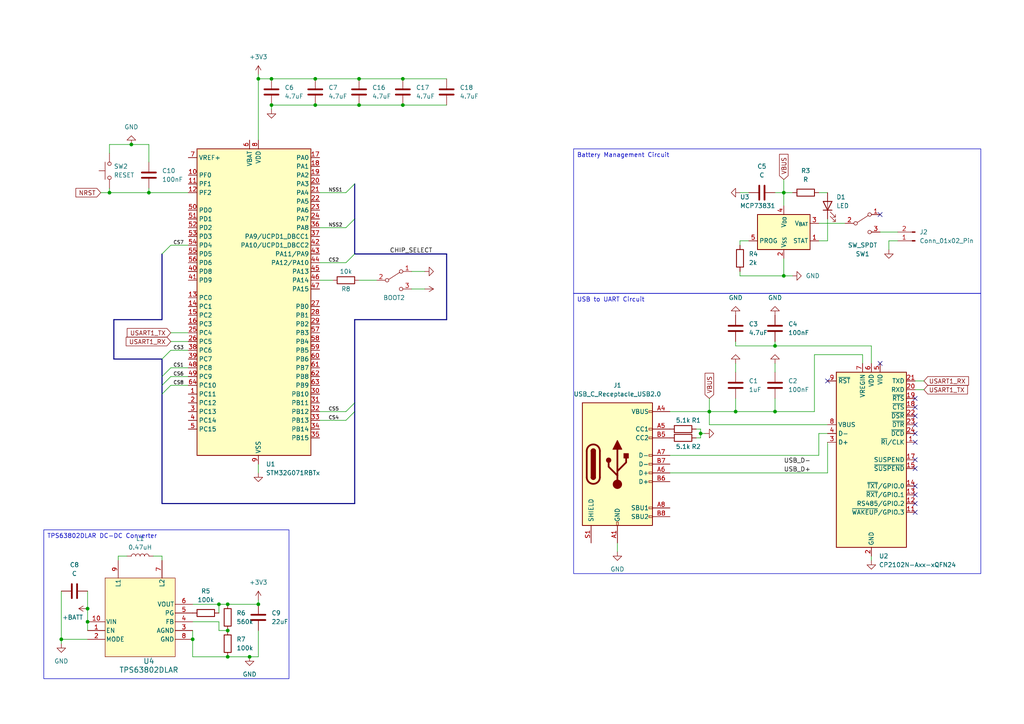
<source format=kicad_sch>
(kicad_sch (version 20230121) (generator eeschema)
  (paper "A4")
  (lib_symbols
    (symbol "Battery_Management:MCP73831-2-OT"
      (property "Reference" "U" (at -7.62 6.35 0))
      (property "Value" "MCP73831-2-OT" (at 1.27 6.35 0))
      (symbol "MCP73831-2-OT_0_1"
        (rectangle (start -7.62 5.08) (end 7.62 -5.08) (stroke (width 0.254)) (fill (type background)))
      )
      (symbol "MCP73831-2-OT_1_1"
        (pin output line (at 10.16 -2.54 180) (length 2.54) (name "STAT") (number "1"))
        (pin power_in line (at 0 -7.62 90) (length 2.54) (name "V_{SS}") (number "2"))
        (pin power_out line (at 10.16 2.54 180) (length 2.54) (name "V_{BAT}") (number "3"))
        (pin power_in line (at 0 7.62 270) (length 2.54) (name "V_{DD}") (number "4"))
        (pin input line (at -10.16 -2.54 0) (length 2.54) (name "PROG") (number "5"))
      )
    )
    (symbol "Connector:Conn_01x02_Pin" (pin_names (offset 1.016) hide)
      (property "Reference" "J" (at 0 2.54 0))
      (property "Value" "Conn_01x02_Pin" (at 0 -5.08 0))
      (symbol "Conn_01x02_Pin_1_1"
        (polyline (pts (xy 1.27 -2.54) (xy 0.8636 -2.54)) (stroke (width 0.1524)))
        (polyline (pts (xy 1.27 0) (xy 0.8636 0)) (stroke (width 0.1524)))
        (rectangle (start 0.8636 -2.413) (end 0 -2.667) (stroke (width 0.1524)) (fill (type outline)))
        (rectangle (start 0.8636 0.127) (end 0 -0.127) (stroke (width 0.1524)) (fill (type outline)))
        (pin passive line (at 5.08 0 180) (length 3.81) (name "Pin_1") (number "1"))
        (pin passive line (at 5.08 -2.54 180) (length 3.81) (name "Pin_2") (number "2"))
      )
    )
    (symbol "Connector:USB_C_Receptacle_USB2.0" (pin_names (offset 1.016))
      (property "Reference" "J" (at -10.16 19.05 0))
      (property "Value" "USB_C_Receptacle_USB2.0" (at 19.05 19.05 0))
      (symbol "USB_C_Receptacle_USB2.0_0_0"
        (rectangle (start -0.254 -17.78) (end 0.254 -16.764))
        (rectangle (start 10.16 -14.986) (end 9.144 -15.494))
        (rectangle (start 10.16 -12.446) (end 9.144 -12.954))
        (rectangle (start 10.16 -4.826) (end 9.144 -5.334))
        (rectangle (start 10.16 -2.286) (end 9.144 -2.794))
        (rectangle (start 10.16 0.254) (end 9.144 -0.254))
        (rectangle (start 10.16 2.794) (end 9.144 2.286))
        (rectangle (start 10.16 7.874) (end 9.144 7.366))
        (rectangle (start 10.16 10.414) (end 9.144 9.906))
        (rectangle (start 10.16 15.494) (end 9.144 14.986))
      )
      (symbol "USB_C_Receptacle_USB2.0_0_1"
        (rectangle (start -10.16 17.78) (end 10.16 -17.78) (stroke (width 0.254)) (fill (type background)))
        (arc (start -8.89 -3.81) (mid -6.985 -5.7067) (end -5.08 -3.81) (stroke (width 0.508)))
        (arc (start -7.62 -3.81) (mid -6.985 -4.4423) (end -6.35 -3.81) (stroke (width 0.254)))
        (arc (start -7.62 -3.81) (mid -6.985 -4.4423) (end -6.35 -3.81) (stroke (width 0.254)) (fill (type outline)))
        (rectangle (start -7.62 -3.81) (end -6.35 3.81) (stroke (width 0.254)) (fill (type outline)))
        (arc (start -6.35 3.81) (mid -6.985 4.4423) (end -7.62 3.81) (stroke (width 0.254)))
        (arc (start -6.35 3.81) (mid -6.985 4.4423) (end -7.62 3.81) (stroke (width 0.254)) (fill (type outline)))
        (arc (start -5.08 3.81) (mid -6.985 5.7067) (end -8.89 3.81) (stroke (width 0.508)))
        (circle (center -2.54 1.143) (radius 0.635) (stroke (width 0.254)) (fill (type outline)))
        (circle (center 0 -5.842) (radius 1.27) (fill (type outline)))
        (polyline (pts (xy -8.89 -3.81) (xy -8.89 3.81)) (stroke (width 0.508)))
        (polyline (pts (xy -5.08 3.81) (xy -5.08 -3.81)) (stroke (width 0.508)))
        (polyline (pts (xy 0 -5.842) (xy 0 4.318)) (stroke (width 0.508)))
        (polyline (pts (xy 0 -3.302) (xy -2.54 -0.762) (xy -2.54 0.508)) (stroke (width 0.508)))
        (polyline (pts (xy 0 -2.032) (xy 2.54 0.508) (xy 2.54 1.778)) (stroke (width 0.508)))
        (polyline (pts (xy -1.27 4.318) (xy 0 6.858) (xy 1.27 4.318) (xy -1.27 4.318)) (stroke (width 0.254)) (fill (type outline)))
        (rectangle (start 1.905 1.778) (end 3.175 3.048) (stroke (width 0.254)) (fill (type outline)))
      )
      (symbol "USB_C_Receptacle_USB2.0_1_1"
        (pin passive line (at 0 -22.86 90) (length 5.08) (name "GND") (number "A1"))
        (pin passive line (at 0 -22.86 90) (length 5.08) hide (name "GND") (number "A12"))
        (pin passive line (at 15.24 15.24 180) (length 5.08) (name "VBUS") (number "A4"))
        (pin bidirectional line (at 15.24 10.16 180) (length 5.08) (name "CC1") (number "A5"))
        (pin bidirectional line (at 15.24 -2.54 180) (length 5.08) (name "D+") (number "A6"))
        (pin bidirectional line (at 15.24 2.54 180) (length 5.08) (name "D-") (number "A7"))
        (pin bidirectional line (at 15.24 -12.7 180) (length 5.08) (name "SBU1") (number "A8"))
        (pin passive line (at 15.24 15.24 180) (length 5.08) hide (name "VBUS") (number "A9"))
        (pin passive line (at 0 -22.86 90) (length 5.08) hide (name "GND") (number "B1"))
        (pin passive line (at 0 -22.86 90) (length 5.08) hide (name "GND") (number "B12"))
        (pin passive line (at 15.24 15.24 180) (length 5.08) hide (name "VBUS") (number "B4"))
        (pin bidirectional line (at 15.24 7.62 180) (length 5.08) (name "CC2") (number "B5"))
        (pin bidirectional line (at 15.24 -5.08 180) (length 5.08) (name "D+") (number "B6"))
        (pin bidirectional line (at 15.24 0 180) (length 5.08) (name "D-") (number "B7"))
        (pin bidirectional line (at 15.24 -15.24 180) (length 5.08) (name "SBU2") (number "B8"))
        (pin passive line (at 15.24 15.24 180) (length 5.08) hide (name "VBUS") (number "B9"))
        (pin passive line (at -7.62 -22.86 90) (length 5.08) (name "SHIELD") (number "S1"))
      )
    )
    (symbol "Device:C" (pin_numbers hide) (pin_names (offset 0.254))
      (property "Reference" "C" (at 0.635 2.54 0))
      (property "Value" "C" (at 0.635 -2.54 0))
      (symbol "C_0_1"
        (polyline (pts (xy -2.032 -0.762) (xy 2.032 -0.762)) (stroke (width 0.508)))
        (polyline (pts (xy -2.032 0.762) (xy 2.032 0.762)) (stroke (width 0.508)))
      )
      (symbol "C_1_1"
        (pin passive line (at 0 3.81 270) (length 2.794) (name "~") (number "1"))
        (pin passive line (at 0 -3.81 90) (length 2.794) (name "~") (number "2"))
      )
    )
    (symbol "Device:L" (pin_numbers hide) (pin_names (offset 1.016) hide)
      (property "Reference" "L" (at -1.27 0 90))
      (property "Value" "L" (at 1.905 0 90))
      (symbol "L_0_1"
        (arc (start 0 -2.54) (mid 0.6323 -1.905) (end 0 -1.27))
        (arc (start 0 -1.27) (mid 0.6323 -0.635) (end 0 0))
        (arc (start 0 0) (mid 0.6323 0.635) (end 0 1.27))
        (arc (start 0 1.27) (mid 0.6323 1.905) (end 0 2.54))
      )
      (symbol "L_1_1"
        (pin passive line (at 0 3.81 270) (length 1.27) (name "1") (number "1"))
        (pin passive line (at 0 -3.81 90) (length 1.27) (name "2") (number "2"))
      )
    )
    (symbol "Device:LED" (pin_numbers hide) (pin_names (offset 1.016) hide)
      (property "Reference" "D" (at 0 2.54 0))
      (property "Value" "LED" (at 0 -2.54 0))
      (symbol "LED_0_1"
        (polyline (pts (xy -1.27 -1.27) (xy -1.27 1.27)) (stroke (width 0.254)))
        (polyline (pts (xy -1.27 0) (xy 1.27 0)))
        (polyline (pts (xy 1.27 -1.27) (xy 1.27 1.27) (xy -1.27 0) (xy 1.27 -1.27)) (stroke (width 0.254)))
        (polyline (pts (xy -3.048 -0.762) (xy -4.572 -2.286) (xy -3.81 -2.286) (xy -4.572 -2.286) (xy -4.572 -1.524)))
        (polyline (pts (xy -1.778 -0.762) (xy -3.302 -2.286) (xy -2.54 -2.286) (xy -3.302 -2.286) (xy -3.302 -1.524)))
      )
      (symbol "LED_1_1"
        (pin passive line (at -3.81 0 0) (length 2.54) (name "K") (number "1"))
        (pin passive line (at 3.81 0 180) (length 2.54) (name "A") (number "2"))
      )
    )
    (symbol "Device:R" (pin_numbers hide) (pin_names (offset 0))
      (property "Reference" "R" (at 2.032 0 90))
      (property "Value" "R" (at 0 0 90))
      (symbol "R_0_1"
        (rectangle (start -1.016 -2.54) (end 1.016 2.54) (stroke (width 0.254)))
      )
      (symbol "R_1_1"
        (pin passive line (at 0 3.81 270) (length 1.27) (name "~") (number "1"))
        (pin passive line (at 0 -3.81 90) (length 1.27) (name "~") (number "2"))
      )
    )
    (symbol "Interface_USB:CP2102N-Axx-xQFN24"
      (property "Reference" "U" (at -8.89 26.67 0))
      (property "Value" "CP2102N-Axx-xQFN24" (at 13.97 26.67 0))
      (symbol "CP2102N-Axx-xQFN24_0_1"
        (rectangle (start -10.16 25.4) (end 10.16 -25.4) (stroke (width 0.254)) (fill (type background)))
      )
      (symbol "CP2102N-Axx-xQFN24_1_1"
        (pin bidirectional line (at 12.7 5.08 180) (length 2.54) (name "~{RI}/CLK") (number "1"))
        (pin no_connect line (at -10.16 -22.86 0) (length 2.54) hide (name "NC") (number "10"))
        (pin bidirectional line (at 12.7 -15.24 180) (length 2.54) (name "~{WAKEUP}/GPIO.3") (number "11"))
        (pin bidirectional line (at 12.7 -12.7 180) (length 2.54) (name "RS485/GPIO.2") (number "12"))
        (pin bidirectional line (at 12.7 -10.16 180) (length 2.54) (name "~{RXT}/GPIO.1") (number "13"))
        (pin bidirectional line (at 12.7 -7.62 180) (length 2.54) (name "~{TXT}/GPIO.0") (number "14"))
        (pin output line (at 12.7 -2.54 180) (length 2.54) (name "~{SUSPEND}") (number "15"))
        (pin no_connect line (at 10.16 -22.86 180) (length 2.54) hide (name "NC") (number "16"))
        (pin output line (at 12.7 0 180) (length 2.54) (name "SUSPEND") (number "17"))
        (pin input line (at 12.7 15.24 180) (length 2.54) (name "~{CTS}") (number "18"))
        (pin output line (at 12.7 17.78 180) (length 2.54) (name "~{RTS}") (number "19"))
        (pin power_in line (at 0 -27.94 90) (length 2.54) (name "GND") (number "2"))
        (pin input line (at 12.7 20.32 180) (length 2.54) (name "RXD") (number "20"))
        (pin output line (at 12.7 22.86 180) (length 2.54) (name "TXD") (number "21"))
        (pin input line (at 12.7 12.7 180) (length 2.54) (name "~{DSR}") (number "22"))
        (pin output line (at 12.7 10.16 180) (length 2.54) (name "~{DTR}") (number "23"))
        (pin input line (at 12.7 7.62 180) (length 2.54) (name "~{DCD}") (number "24"))
        (pin passive line (at 0 -27.94 90) (length 2.54) hide (name "GND") (number "25"))
        (pin bidirectional line (at -12.7 5.08 0) (length 2.54) (name "D+") (number "3"))
        (pin bidirectional line (at -12.7 7.62 0) (length 2.54) (name "D-") (number "4"))
        (pin power_in line (at 2.54 27.94 270) (length 2.54) (name "VIO") (number "5"))
        (pin power_in line (at 0 27.94 270) (length 2.54) (name "VDD") (number "6"))
        (pin power_in line (at -2.54 27.94 270) (length 2.54) (name "VREGIN") (number "7"))
        (pin input line (at -12.7 10.16 0) (length 2.54) (name "VBUS") (number "8"))
        (pin input line (at -12.7 22.86 0) (length 2.54) (name "~{RST}") (number "9"))
      )
    )
    (symbol "MCU_ST_STM32G0:STM32G071RBTx"
      (property "Reference" "U" (at -15.24 46.99 0))
      (property "Value" "STM32G071RBTx" (at 5.08 46.99 0))
      (symbol "STM32G071RBTx_0_1"
        (rectangle (start -15.24 -43.18) (end 17.78 45.72) (stroke (width 0.254)) (fill (type background)))
      )
      (symbol "STM32G071RBTx_1_1"
        (pin bidirectional line (at -17.78 -25.4 0) (length 2.54) (name "PC11") (number "1"))
        (pin bidirectional line (at -17.78 38.1 0) (length 2.54) (name "PF0") (number "10"))
        (pin bidirectional line (at -17.78 35.56 0) (length 2.54) (name "PF1") (number "11"))
        (pin bidirectional line (at -17.78 33.02 0) (length 2.54) (name "PF2") (number "12"))
        (pin bidirectional line (at -17.78 2.54 0) (length 2.54) (name "PC0") (number "13"))
        (pin bidirectional line (at -17.78 0 0) (length 2.54) (name "PC1") (number "14"))
        (pin bidirectional line (at -17.78 -2.54 0) (length 2.54) (name "PC2") (number "15"))
        (pin bidirectional line (at -17.78 -5.08 0) (length 2.54) (name "PC3") (number "16"))
        (pin bidirectional line (at 20.32 43.18 180) (length 2.54) (name "PA0") (number "17"))
        (pin bidirectional line (at 20.32 40.64 180) (length 2.54) (name "PA1") (number "18"))
        (pin bidirectional line (at 20.32 38.1 180) (length 2.54) (name "PA2") (number "19"))
        (pin bidirectional line (at -17.78 -27.94 0) (length 2.54) (name "PC12") (number "2"))
        (pin bidirectional line (at 20.32 35.56 180) (length 2.54) (name "PA3") (number "20"))
        (pin bidirectional line (at 20.32 33.02 180) (length 2.54) (name "PA4") (number "21"))
        (pin bidirectional line (at 20.32 30.48 180) (length 2.54) (name "PA5") (number "22"))
        (pin bidirectional line (at 20.32 27.94 180) (length 2.54) (name "PA6") (number "23"))
        (pin bidirectional line (at 20.32 25.4 180) (length 2.54) (name "PA7") (number "24"))
        (pin bidirectional line (at -17.78 -7.62 0) (length 2.54) (name "PC4") (number "25"))
        (pin bidirectional line (at -17.78 -10.16 0) (length 2.54) (name "PC5") (number "26"))
        (pin bidirectional line (at 20.32 0 180) (length 2.54) (name "PB0") (number "27"))
        (pin bidirectional line (at 20.32 -2.54 180) (length 2.54) (name "PB1") (number "28"))
        (pin bidirectional line (at 20.32 -5.08 180) (length 2.54) (name "PB2") (number "29"))
        (pin bidirectional line (at -17.78 -30.48 0) (length 2.54) (name "PC13") (number "3"))
        (pin bidirectional line (at 20.32 -25.4 180) (length 2.54) (name "PB10") (number "30"))
        (pin bidirectional line (at 20.32 -27.94 180) (length 2.54) (name "PB11") (number "31"))
        (pin bidirectional line (at 20.32 -30.48 180) (length 2.54) (name "PB12") (number "32"))
        (pin bidirectional line (at 20.32 -33.02 180) (length 2.54) (name "PB13") (number "33"))
        (pin bidirectional line (at 20.32 -35.56 180) (length 2.54) (name "PB14") (number "34"))
        (pin bidirectional line (at 20.32 -38.1 180) (length 2.54) (name "PB15") (number "35"))
        (pin bidirectional line (at 20.32 22.86 180) (length 2.54) (name "PA8") (number "36"))
        (pin bidirectional line (at 20.32 20.32 180) (length 2.54) (name "PA9/UCPD1_DBCC1") (number "37"))
        (pin bidirectional line (at -17.78 -12.7 0) (length 2.54) (name "PC6") (number "38"))
        (pin bidirectional line (at -17.78 -15.24 0) (length 2.54) (name "PC7") (number "39"))
        (pin bidirectional line (at -17.78 -33.02 0) (length 2.54) (name "PC14") (number "4"))
        (pin bidirectional line (at -17.78 10.16 0) (length 2.54) (name "PD8") (number "40"))
        (pin bidirectional line (at -17.78 7.62 0) (length 2.54) (name "PD9") (number "41"))
        (pin bidirectional line (at 20.32 17.78 180) (length 2.54) (name "PA10/UCPD1_DBCC2") (number "42"))
        (pin bidirectional line (at 20.32 15.24 180) (length 2.54) (name "PA11/PA9") (number "43"))
        (pin bidirectional line (at 20.32 12.7 180) (length 2.54) (name "PA12/PA10") (number "44"))
        (pin bidirectional line (at 20.32 10.16 180) (length 2.54) (name "PA13") (number "45"))
        (pin bidirectional line (at 20.32 7.62 180) (length 2.54) (name "PA14") (number "46"))
        (pin bidirectional line (at 20.32 5.08 180) (length 2.54) (name "PA15") (number "47"))
        (pin bidirectional line (at -17.78 -17.78 0) (length 2.54) (name "PC8") (number "48"))
        (pin bidirectional line (at -17.78 -20.32 0) (length 2.54) (name "PC9") (number "49"))
        (pin bidirectional line (at -17.78 -35.56 0) (length 2.54) (name "PC15") (number "5"))
        (pin bidirectional line (at -17.78 27.94 0) (length 2.54) (name "PD0") (number "50"))
        (pin bidirectional line (at -17.78 25.4 0) (length 2.54) (name "PD1") (number "51"))
        (pin bidirectional line (at -17.78 22.86 0) (length 2.54) (name "PD2") (number "52"))
        (pin bidirectional line (at -17.78 20.32 0) (length 2.54) (name "PD3") (number "53"))
        (pin bidirectional line (at -17.78 17.78 0) (length 2.54) (name "PD4") (number "54"))
        (pin bidirectional line (at -17.78 15.24 0) (length 2.54) (name "PD5") (number "55"))
        (pin bidirectional line (at -17.78 12.7 0) (length 2.54) (name "PD6") (number "56"))
        (pin bidirectional line (at 20.32 -7.62 180) (length 2.54) (name "PB3") (number "57"))
        (pin bidirectional line (at 20.32 -10.16 180) (length 2.54) (name "PB4") (number "58"))
        (pin bidirectional line (at 20.32 -12.7 180) (length 2.54) (name "PB5") (number "59"))
        (pin power_in line (at 0 48.26 270) (length 2.54) (name "VBAT") (number "6"))
        (pin bidirectional line (at 20.32 -15.24 180) (length 2.54) (name "PB6") (number "60"))
        (pin bidirectional line (at 20.32 -17.78 180) (length 2.54) (name "PB7") (number "61"))
        (pin bidirectional line (at 20.32 -20.32 180) (length 2.54) (name "PB8") (number "62"))
        (pin bidirectional line (at 20.32 -22.86 180) (length 2.54) (name "PB9") (number "63"))
        (pin bidirectional line (at -17.78 -22.86 0) (length 2.54) (name "PC10") (number "64"))
        (pin input line (at -17.78 43.18 0) (length 2.54) (name "VREF+") (number "7"))
        (pin power_in line (at 2.54 48.26 270) (length 2.54) (name "VDD") (number "8"))
        (pin power_in line (at 2.54 -45.72 90) (length 2.54) (name "VSS") (number "9"))
      )
    )
    (symbol "Switch:SW_Push" (pin_numbers hide) (pin_names (offset 1.016) hide)
      (property "Reference" "SW" (at 1.27 2.54 0))
      (property "Value" "SW_Push" (at 0 -1.524 0))
      (symbol "SW_Push_0_1"
        (circle (center -2.032 0) (radius 0.508))
        (polyline (pts (xy 0 1.27) (xy 0 3.048)))
        (polyline (pts (xy 2.54 1.27) (xy -2.54 1.27)))
        (circle (center 2.032 0) (radius 0.508))
        (pin passive line (at -5.08 0 0) (length 2.54) (name "1") (number "1"))
        (pin passive line (at 5.08 0 180) (length 2.54) (name "2") (number "2"))
      )
    )
    (symbol "Switch:SW_SPDT" (pin_names (offset 0) hide)
      (property "Reference" "SW" (at 0 4.318 0))
      (property "Value" "SW_SPDT" (at 0 -5.08 0))
      (symbol "SW_SPDT_0_0"
        (circle (center -2.032 0) (radius 0.508))
        (circle (center 2.032 -2.54) (radius 0.508))
      )
      (symbol "SW_SPDT_0_1"
        (polyline (pts (xy -1.524 0.254) (xy 1.651 2.286)))
        (circle (center 2.032 2.54) (radius 0.508))
      )
      (symbol "SW_SPDT_1_1"
        (pin passive line (at 5.08 2.54 180) (length 2.54) (name "A") (number "1"))
        (pin passive line (at -5.08 0 0) (length 2.54) (name "B") (number "2"))
        (pin passive line (at 5.08 -2.54 180) (length 2.54) (name "C") (number "3"))
      )
    )
    (symbol "TPS63802-DLAR:TPS63802DLAR" (pin_names (offset 0.254))
      (property "Reference" "U4" (at 0 -19.05 0))
      (property "Value" "TPS63802DLAR" (at 0 -21.59 0))
      (symbol "TPS63802DLAR_0_1"
        (pin input line (at -17.78 -10.16 0) (length 5.08) (name "EN") (number "1"))
        (pin power_in line (at -17.78 -7.62 0) (length 5.08) (name "VIN") (number "10"))
        (pin input line (at -17.78 -12.7 0) (length 5.08) (name "MODE") (number "2"))
        (pin power_in line (at 12.7 -10.16 180) (length 5.08) (name "AGND") (number "3"))
        (pin input line (at 12.7 -7.62 180) (length 5.08) (name "FB") (number "4"))
        (pin open_collector line (at 12.7 -5.08 180) (length 5.08) (name "PG") (number "5"))
        (pin power_in line (at 12.7 -2.54 180) (length 5.08) (name "VOUT") (number "6"))
        (pin unspecified line (at 3.81 10.16 270) (length 5.08) (name "L2") (number "7"))
        (pin power_in line (at 12.7 -12.7 180) (length 5.08) (name "GND") (number "8"))
        (pin unspecified line (at -8.89 10.16 270) (length 5.08) (name "L1") (number "9"))
      )
      (symbol "TPS63802DLAR_1_1"
        (rectangle (start -12.7 5.08) (end 7.62 -17.78) (fill (type background)))
      )
    )
    (symbol "power:+3V3" (power) (pin_names (offset 0))
      (property "Value" "+3V3" (at 0 3.556 0))
      (symbol "+3V3_0_1"
        (polyline (pts (xy -0.762 1.27) (xy 0 2.54)))
        (polyline (pts (xy 0 0) (xy 0 2.54)))
        (polyline (pts (xy 0 2.54) (xy 0.762 1.27)))
      )
      (symbol "+3V3_1_1"
        (pin power_in line (at 0 0 90) (length 0) hide (name "+3V3") (number "1"))
      )
    )
    (symbol "power:+BATT" (power) (pin_names (offset 0))
      (property "Value" "+BATT" (at 0 3.556 0))
      (symbol "+BATT_0_1"
        (polyline (pts (xy -0.762 1.27) (xy 0 2.54)))
        (polyline (pts (xy 0 0) (xy 0 2.54)))
        (polyline (pts (xy 0 2.54) (xy 0.762 1.27)))
      )
      (symbol "+BATT_1_1"
        (pin power_in line (at 0 0 90) (length 0) hide (name "+BATT") (number "1"))
      )
    )
    (symbol "power:GND" (power) (pin_names (offset 0))
      (property "Value" "GND" (at 0 -3.81 0))
      (symbol "GND_0_1"
        (polyline (pts (xy 0 0) (xy 0 -1.27) (xy 1.27 -1.27) (xy 0 -2.54) (xy -1.27 -1.27) (xy 0 -1.27)))
      )
      (symbol "GND_1_1"
        (pin power_in line (at 0 0 270) (length 0) hide (name "GND") (number "1"))
      )
    )
  )
  (junction (at 203.2 125.73))
  (junction (at 91.44 22.86))
  (junction (at 66.04 182.88))
  (junction (at 116.84 30.48))
  (junction (at 25.4 176.53))
  (junction (at 43.18 55.88))
  (junction (at 224.79 119.38))
  (junction (at 66.04 175.26))
  (junction (at 74.93 22.86))
  (junction (at 66.04 190.5))
  (junction (at 38.1 41.91))
  (junction (at 213.36 119.38))
  (junction (at 31.75 55.88))
  (junction (at 227.33 80.01))
  (junction (at 205.74 119.38))
  (junction (at 63.5 175.26))
  (junction (at 78.74 30.48))
  (junction (at 104.14 22.86))
  (junction (at 116.84 22.86))
  (junction (at 25.4 180.34))
  (junction (at 74.93 175.26))
  (junction (at 224.79 100.33))
  (junction (at 78.74 22.86))
  (junction (at 72.39 190.5))
  (junction (at 227.33 55.88))
  (junction (at 55.88 185.42))
  (junction (at 91.44 30.48))
  (junction (at 104.14 30.48))
  (junction (at 17.78 185.42))
  (no_connect (at 265.43 146.05))
  (no_connect (at 265.43 120.65))
  (no_connect (at 265.43 128.27))
  (no_connect (at 265.43 148.59))
  (no_connect (at 265.43 118.11))
  (no_connect (at 265.43 115.57))
  (no_connect (at 255.27 105.41))
  (no_connect (at 265.43 140.97))
  (no_connect (at 255.27 62.23))
  (no_connect (at 265.43 133.35))
  (no_connect (at 265.43 143.51))
  (no_connect (at 265.43 135.89))
  (no_connect (at 265.43 123.19))
  (no_connect (at 240.03 110.49))
  (no_connect (at 265.43 125.73))
  (bus_entry (at 102.87 119.38) (size -2.54 2.54))
  (bus_entry (at 102.87 53.34) (size -2.54 2.54))
  (bus_entry (at 102.87 63.5) (size -2.54 2.54))
  (bus_entry (at 46.99 114.3) (size 2.54 -2.54))
  (bus_entry (at 46.99 104.14) (size 2.54 -2.54))
  (bus_entry (at 46.99 111.76) (size 2.54 -2.54))
  (bus_entry (at 46.99 73.66) (size 2.54 -2.54))
  (bus_entry (at 102.87 116.84) (size -2.54 2.54))
  (bus_entry (at 46.99 109.22) (size 2.54 -2.54))
  (bus_entry (at 102.87 73.66) (size -2.54 2.54))
  (wire (pts (xy 224.79 115.57) (xy 224.79 119.38)))
  (bus (pts (xy 102.87 146.05) (xy 46.99 146.05)))
  (wire (pts (xy 74.93 22.86) (xy 74.93 40.64)))
  (wire (pts (xy 227.33 52.07) (xy 227.33 55.88)))
  (wire (pts (xy 240.03 63.5) (xy 240.03 69.85)))
  (wire (pts (xy 74.93 173.99) (xy 74.93 175.26)))
  (bus (pts (xy 33.02 92.71) (xy 46.99 92.71)))
  (wire (pts (xy 25.4 176.53) (xy 25.4 180.34)))
  (wire (pts (xy 46.99 161.29) (xy 44.45 161.29)))
  (wire (pts (xy 43.18 54.61) (xy 43.18 55.88)))
  (wire (pts (xy 123.19 78.74) (xy 119.38 78.74)))
  (wire (pts (xy 49.53 99.06) (xy 54.61 99.06)))
  (wire (pts (xy 43.18 46.99) (xy 43.18 41.91)))
  (wire (pts (xy 252.73 100.33) (xy 224.79 100.33)))
  (wire (pts (xy 194.31 137.16) (xy 240.03 137.16)))
  (wire (pts (xy 49.53 111.76) (xy 54.61 111.76)))
  (wire (pts (xy 31.75 55.88) (xy 43.18 55.88)))
  (wire (pts (xy 260.35 69.85) (xy 257.81 69.85)))
  (wire (pts (xy 104.14 22.86) (xy 116.84 22.86)))
  (wire (pts (xy 55.88 182.88) (xy 55.88 185.42)))
  (wire (pts (xy 250.19 102.87) (xy 250.19 105.41)))
  (wire (pts (xy 49.53 101.6) (xy 54.61 101.6)))
  (wire (pts (xy 78.74 30.48) (xy 91.44 30.48)))
  (wire (pts (xy 74.93 182.88) (xy 74.93 190.5)))
  (wire (pts (xy 92.71 76.2) (xy 100.33 76.2)))
  (wire (pts (xy 252.73 161.29) (xy 252.73 162.56)))
  (wire (pts (xy 34.29 161.29) (xy 36.83 161.29)))
  (wire (pts (xy 265.43 110.49) (xy 267.97 110.49)))
  (wire (pts (xy 213.36 105.41) (xy 213.36 107.95)))
  (wire (pts (xy 203.2 127) (xy 201.93 127)))
  (wire (pts (xy 92.71 121.92) (xy 100.33 121.92)))
  (wire (pts (xy 74.93 22.86) (xy 78.74 22.86)))
  (wire (pts (xy 213.36 115.57) (xy 213.36 119.38)))
  (wire (pts (xy 194.31 132.08) (xy 237.49 132.08)))
  (bus (pts (xy 46.99 111.76) (xy 46.99 114.3)))
  (wire (pts (xy 74.93 21.59) (xy 74.93 22.86)))
  (wire (pts (xy 31.75 55.88) (xy 31.75 54.61)))
  (wire (pts (xy 237.49 132.08) (xy 237.49 125.73)))
  (wire (pts (xy 205.74 119.38) (xy 213.36 119.38)))
  (wire (pts (xy 227.33 55.88) (xy 227.33 59.69)))
  (wire (pts (xy 203.2 125.73) (xy 204.47 125.73)))
  (wire (pts (xy 63.5 175.26) (xy 63.5 177.8)))
  (wire (pts (xy 213.36 100.33) (xy 213.36 99.06)))
  (wire (pts (xy 46.99 162.56) (xy 46.99 161.29)))
  (wire (pts (xy 252.73 105.41) (xy 252.73 100.33)))
  (wire (pts (xy 92.71 55.88) (xy 100.33 55.88)))
  (bus (pts (xy 46.99 109.22) (xy 46.99 111.76)))
  (wire (pts (xy 31.75 44.45) (xy 31.75 41.91)))
  (wire (pts (xy 92.71 81.28) (xy 96.52 81.28)))
  (wire (pts (xy 116.84 22.86) (xy 129.54 22.86)))
  (wire (pts (xy 63.5 180.34) (xy 55.88 180.34)))
  (wire (pts (xy 217.17 69.85) (xy 214.63 69.85)))
  (wire (pts (xy 29.21 55.88) (xy 31.75 55.88)))
  (wire (pts (xy 78.74 31.75) (xy 78.74 30.48)))
  (wire (pts (xy 255.27 67.31) (xy 260.35 67.31)))
  (wire (pts (xy 237.49 64.77) (xy 245.11 64.77)))
  (wire (pts (xy 17.78 185.42) (xy 17.78 186.69)))
  (wire (pts (xy 214.63 55.88) (xy 217.17 55.88)))
  (wire (pts (xy 227.33 74.93) (xy 227.33 80.01)))
  (wire (pts (xy 240.03 69.85) (xy 237.49 69.85)))
  (wire (pts (xy 92.71 119.38) (xy 100.33 119.38)))
  (wire (pts (xy 205.74 119.38) (xy 205.74 123.19)))
  (wire (pts (xy 201.93 124.46) (xy 203.2 124.46)))
  (wire (pts (xy 25.4 171.45) (xy 25.4 176.53)))
  (wire (pts (xy 214.63 80.01) (xy 227.33 80.01)))
  (wire (pts (xy 43.18 55.88) (xy 54.61 55.88)))
  (wire (pts (xy 237.49 55.88) (xy 240.03 55.88)))
  (wire (pts (xy 203.2 125.73) (xy 203.2 127)))
  (wire (pts (xy 237.49 125.73) (xy 240.03 125.73)))
  (wire (pts (xy 17.78 185.42) (xy 17.78 171.45)))
  (wire (pts (xy 240.03 137.16) (xy 240.03 128.27)))
  (bus (pts (xy 46.99 104.14) (xy 46.99 109.22)))
  (wire (pts (xy 236.22 119.38) (xy 224.79 119.38)))
  (wire (pts (xy 72.39 190.5) (xy 74.93 190.5)))
  (wire (pts (xy 66.04 190.5) (xy 72.39 190.5)))
  (wire (pts (xy 213.36 100.33) (xy 224.79 100.33)))
  (wire (pts (xy 25.4 180.34) (xy 25.4 182.88)))
  (wire (pts (xy 205.74 123.19) (xy 240.03 123.19)))
  (wire (pts (xy 63.5 182.88) (xy 63.5 180.34)))
  (wire (pts (xy 123.19 83.82) (xy 119.38 83.82)))
  (wire (pts (xy 224.79 105.41) (xy 224.79 107.95)))
  (wire (pts (xy 116.84 30.48) (xy 129.54 30.48)))
  (wire (pts (xy 25.4 185.42) (xy 17.78 185.42)))
  (wire (pts (xy 49.53 71.12) (xy 54.61 71.12)))
  (bus (pts (xy 102.87 73.66) (xy 129.54 73.66)))
  (wire (pts (xy 92.71 66.04) (xy 100.33 66.04)))
  (wire (pts (xy 214.63 80.01) (xy 214.63 78.74)))
  (wire (pts (xy 66.04 175.26) (xy 74.93 175.26)))
  (wire (pts (xy 63.5 175.26) (xy 66.04 175.26)))
  (wire (pts (xy 31.75 41.91) (xy 38.1 41.91)))
  (wire (pts (xy 78.74 22.86) (xy 91.44 22.86)))
  (wire (pts (xy 214.63 69.85) (xy 214.63 71.12)))
  (wire (pts (xy 104.14 30.48) (xy 116.84 30.48)))
  (wire (pts (xy 179.07 157.48) (xy 179.07 160.02)))
  (wire (pts (xy 91.44 30.48) (xy 104.14 30.48)))
  (wire (pts (xy 227.33 80.01) (xy 229.87 80.01)))
  (bus (pts (xy 46.99 104.14) (xy 33.02 104.14)))
  (wire (pts (xy 236.22 102.87) (xy 250.19 102.87)))
  (wire (pts (xy 43.18 41.91) (xy 38.1 41.91)))
  (wire (pts (xy 236.22 102.87) (xy 236.22 119.38)))
  (bus (pts (xy 102.87 116.84) (xy 102.87 119.38)))
  (wire (pts (xy 265.43 113.03) (xy 267.97 113.03)))
  (wire (pts (xy 224.79 55.88) (xy 227.33 55.88)))
  (bus (pts (xy 33.02 104.14) (xy 33.02 92.71)))
  (bus (pts (xy 129.54 73.66) (xy 129.54 92.71)))
  (wire (pts (xy 224.79 100.33) (xy 224.79 99.06)))
  (wire (pts (xy 227.33 55.88) (xy 229.87 55.88)))
  (wire (pts (xy 74.93 134.62) (xy 74.93 137.16)))
  (wire (pts (xy 49.53 106.68) (xy 54.61 106.68)))
  (bus (pts (xy 46.99 114.3) (xy 46.99 146.05)))
  (bus (pts (xy 102.87 92.71) (xy 102.87 116.84)))
  (wire (pts (xy 55.88 175.26) (xy 63.5 175.26)))
  (wire (pts (xy 34.29 162.56) (xy 34.29 161.29)))
  (wire (pts (xy 49.53 109.22) (xy 54.61 109.22)))
  (wire (pts (xy 203.2 124.46) (xy 203.2 125.73)))
  (bus (pts (xy 102.87 53.34) (xy 102.87 63.5)))
  (bus (pts (xy 46.99 73.66) (xy 46.99 92.71)))
  (wire (pts (xy 205.74 119.38) (xy 205.74 115.57)))
  (bus (pts (xy 102.87 63.5) (xy 102.87 73.66)))
  (wire (pts (xy 109.22 81.28) (xy 104.14 81.28)))
  (wire (pts (xy 49.53 96.52) (xy 54.61 96.52)))
  (wire (pts (xy 194.31 119.38) (xy 205.74 119.38)))
  (wire (pts (xy 55.88 190.5) (xy 66.04 190.5)))
  (wire (pts (xy 257.81 69.85) (xy 257.81 72.39)))
  (wire (pts (xy 91.44 22.86) (xy 104.14 22.86)))
  (bus (pts (xy 129.54 92.71) (xy 102.87 92.71)))
  (bus (pts (xy 102.87 119.38) (xy 102.87 146.05)))
  (wire (pts (xy 213.36 119.38) (xy 224.79 119.38)))
  (wire (pts (xy 55.88 185.42) (xy 55.88 190.5)))
  (wire (pts (xy 66.04 182.88) (xy 63.5 182.88)))
  (text_box "TPS63802DLAR DC-DC Converter" (at 12.7 153.67 0) (size 71.12 43.18) (effects (font (size 1.27 1.27)) (justify left top)))
  (text_box "USB to UART Circuit" (at 166.37 85.09 0) (size 118.11 81.28) (effects (font (size 1.27 1.27)) (justify left top)))
  (text_box "Battery Management Circuit" (at 166.37 43.18 0) (size 118.11 41.91) (effects (font (size 1.27 1.27)) (justify left top)))
  (label "NSS1" (at 95.25 55.88 0) (effects (font (size 1 1))))
  (label "CS5" (at 95.25 119.38 0) (effects (font (size 1 1))))
  (label "CS7" (at 53.34 71.12 180) (effects (font (size 1 1))))
  (label "USB_D+" (at 227.33 137.16 0))
  (label "CS1" (at 53.34 106.68 180) (effects (font (size 1 1))))
  (label "CS6" (at 53.34 109.22 180) (effects (font (size 1 1))))
  (label "NSS2" (at 95.25 66.04 0) (effects (font (size 1 1))))
  (label "CS2" (at 95.25 76.2 0) (effects (font (size 1 1))))
  (label "CS3" (at 53.34 101.6 180) (effects (font (size 1 1))))
  (label "CS4" (at 95.25 121.92 0) (effects (font (size 1 1))))
  (label "USB_D-" (at 227.33 134.62 0))
  (label "CS8" (at 53.34 111.76 180) (effects (font (size 1 1))))
  (label "CHIP_SELECT" (at 113.03 73.66 0))
  (global_label "VBUS" (shape input) (at 227.33 52.07 90) (property "Intersheetrefs" "${INTERSHEET_REFS}" (effects hide)))
  (global_label "USART1_RX" (shape input) (at 49.53 99.06 180) (property "Intersheetrefs" "${INTERSHEET_REFS}" (effects hide)))
  (global_label "USART1_TX" (shape input) (at 49.53 96.52 180) (property "Intersheetrefs" "${INTERSHEET_REFS}" (effects hide)))
  (global_label "NRST" (shape input) (at 29.21 55.88 180) (property "Intersheetrefs" "${INTERSHEET_REFS}" (effects hide)))
  (global_label "USART1_RX" (shape input) (at 267.97 110.49 0) (property "Intersheetrefs" "${INTERSHEET_REFS}" (effects hide)))
  (global_label "VBUS" (shape input) (at 205.74 115.57 90) (property "Intersheetrefs" "${INTERSHEET_REFS}" (effects hide)))
  (global_label "USART1_TX" (shape input) (at 267.97 113.03 0) (property "Intersheetrefs" "${INTERSHEET_REFS}" (effects hide)))
  (symbol (lib_id "Battery_Management:MCP73831-2-OT") (at 227.33 67.31 0) (unit 1)
    (property "Reference" "U3" (at 214.63 57.15 0) (effects (justify left)))
    (property "Value" "MCP73831" (at 214.63 59.69 0) (effects (justify left)))
    (property "Footprint" "Package_TO_SOT_SMD:SOT-23-5" (effects hide))
    (property "Datasheet" "http://ww1.microchip.com/downloads/en/DeviceDoc/20001984g.pdf" (effects hide))
  )
  (symbol (lib_id "power:GND") (at 257.81 72.39 0) (unit 1)
    (property "Reference" "#PWR09" (effects hide))
    (property "Value" "GND" (effects hide))
  )
  (symbol (lib_id "power:GND") (at 78.74 31.75 0) (unit 1)
    (property "Reference" "#PWR023" (effects hide))
    (property "Value" "GND" (effects hide))
  )
  (symbol (lib_id "Device:L") (at 40.64 161.29 90) (unit 1)
    (property "Reference" "L1" (at 40.64 156.21 90))
    (property "Value" "0.47uH" (at 40.64 158.75 90))
  )
  (symbol (lib_id "Device:LED") (at 240.03 59.69 90) (unit 1)
    (property "Reference" "D1" (at 242.57 57.15 90) (effects (justify right)))
    (property "Value" "LED" (at 242.57 59.69 90) (effects (justify right)))
  )
  (symbol (lib_id "power:GND") (at 179.07 160.02 0) (unit 1)
    (property "Reference" "#PWR07" (effects hide))
    (property "Value" "GND" (at 179.07 165.1 0))
  )
  (symbol (lib_id "Device:C") (at 74.93 179.07 0) (unit 1)
    (property "Reference" "C9" (at 78.74 177.8 0) (effects (justify left)))
    (property "Value" "22uF" (at 78.74 180.34 0) (effects (justify left)))
  )
  (symbol (lib_id "Device:C") (at 116.84 26.67 0) (unit 1)
    (property "Reference" "C17" (at 120.65 25.4 0) (effects (justify left)))
    (property "Value" "4.7uF" (at 120.65 27.94 0) (effects (justify left)))
  )
  (symbol (lib_id "power:GND") (at 204.47 125.73 90) (unit 1)
    (property "Reference" "#PWR06" (effects hide))
    (property "Value" "GND" (effects hide))
  )
  (symbol (lib_id "Device:R") (at 198.12 124.46 90) (unit 1)
    (property "Reference" "R1" (at 201.93 121.92 90))
    (property "Value" "5.1k" (at 198.12 121.92 90))
  )
  (symbol (lib_id "power:GND") (at 214.63 55.88 270) (unit 1)
    (property "Reference" "#PWR08" (effects hide))
    (property "Value" "GND" (effects hide))
  )
  (symbol (lib_id "power:GND") (at 224.79 105.41 180) (unit 1)
    (property "Reference" "#PWR02" (effects hide))
    (property "Value" "GND" (effects hide))
  )
  (symbol (lib_id "Interface_USB:CP2102N-Axx-xQFN24") (at 252.73 133.35 0) (unit 1)
    (property "Reference" "U2" (at 254.9241 161.29 0) (effects (justify left)))
    (property "Value" "CP2102N-Axx-xQFN24" (at 254.9241 163.83 0) (effects (justify left)))
    (property "Footprint" "Package_DFN_QFN:QFN-24-1EP_4x4mm_P0.5mm_EP2.6x2.6mm" (effects hide))
    (property "Datasheet" "https://www.silabs.com/documents/public/data-sheets/cp2102n-datasheet.pdf" (effects hide))
  )
  (symbol (lib_id "Device:C") (at 78.74 26.67 0) (unit 1)
    (property "Reference" "C6" (at 82.55 25.4 0) (effects (justify left)))
    (property "Value" "4.7uF" (at 82.55 27.94 0) (effects (justify left)))
  )
  (symbol (lib_id "Device:R") (at 66.04 179.07 0) (unit 1)
    (property "Reference" "R6" (at 68.58 177.8 0) (effects (justify left)))
    (property "Value" "560k" (at 68.58 180.34 0) (effects (justify left)))
  )
  (symbol (lib_id "power:+BATT") (at 25.4 176.53 90) (unit 1)
    (property "Reference" "#PWR013" (effects hide))
    (property "Value" "+BATT" (at 24.13 179.07 90) (effects (justify left)))
  )
  (symbol (lib_id "Connector:Conn_01x02_Pin") (at 265.43 69.85 180) (unit 1)
    (property "Reference" "J2" (at 266.7 67.31 0) (effects (justify right)))
    (property "Value" "Conn_01x02_Pin" (at 266.7 69.85 0) (effects (justify right)))
  )
  (symbol (lib_id "Device:R") (at 66.04 186.69 0) (unit 1)
    (property "Reference" "R7" (at 68.58 185.42 0) (effects (justify left)))
    (property "Value" "100k" (at 68.58 187.96 0) (effects (justify left)))
  )
  (symbol (lib_id "Device:R") (at 198.12 127 270) (unit 1)
    (property "Reference" "R2" (at 201.93 129.54 90))
    (property "Value" "5.1k" (at 198.12 129.54 90))
  )
  (symbol (lib_id "Switch:SW_SPDT") (at 114.3 81.28 0) (unit 1)
    (property "Reference" "BOOT2" (at 114.3 86.36 0))
    (property "Value" "SW_SPDT" (effects hide))
  )
  (symbol (lib_id "Device:C") (at 224.79 111.76 0) (unit 1)
    (property "Reference" "C2" (at 228.6 110.49 0) (effects (justify left)))
    (property "Value" "100nF" (at 228.6 113.03 0) (effects (justify left)))
  )
  (symbol (lib_id "Device:C") (at 129.54 26.67 0) (unit 1)
    (property "Reference" "C18" (at 133.35 25.4 0) (effects (justify left)))
    (property "Value" "4.7uF" (at 133.35 27.94 0) (effects (justify left)))
  )
  (symbol (lib_id "Device:C") (at 213.36 95.25 0) (unit 1)
    (property "Reference" "C3" (at 217.17 93.98 0) (effects (justify left)))
    (property "Value" "4.7uF" (at 217.17 96.52 0) (effects (justify left)))
  )
  (symbol (lib_id "power:GND") (at 38.1 41.91 180) (unit 1)
    (property "Reference" "#PWR017" (effects hide))
    (property "Value" "GND" (at 38.1 36.83 0))
  )
  (symbol (lib_id "MCU_ST_STM32G0:STM32G071RBTx") (at 72.39 88.9 0) (unit 1)
    (property "Reference" "U1" (at 77.1241 134.62 0) (effects (justify left)))
    (property "Value" "STM32G071RBTx" (at 77.1241 137.16 0) (effects (justify left)))
    (property "Footprint" "Package_QFP:LQFP-64_10x10mm_P0.5mm" (effects hide))
    (property "Datasheet" "https://www.st.com/resource/en/datasheet/stm32g071rb.pdf" (effects hide))
  )
  (symbol (lib_id "Device:R") (at 59.69 177.8 90) (unit 1)
    (property "Reference" "R5" (at 59.69 171.45 90))
    (property "Value" "100k" (at 59.69 173.99 90))
  )
  (symbol (lib_id "Device:C") (at 104.14 26.67 0) (unit 1)
    (property "Reference" "C16" (at 107.95 25.4 0) (effects (justify left)))
    (property "Value" "4.7uF" (at 107.95 27.94 0) (effects (justify left)))
  )
  (symbol (lib_id "power:GND") (at 213.36 91.44 180) (unit 1)
    (property "Reference" "#PWR04" (effects hide))
    (property "Value" "GND" (at 213.36 86.36 0))
  )
  (symbol (lib_id "Device:R") (at 233.68 55.88 90) (unit 1)
    (property "Reference" "R3" (at 233.68 49.53 90))
    (property "Value" "R" (at 233.68 52.07 90))
  )
  (symbol (lib_id "Device:R") (at 100.33 81.28 270) (unit 1)
    (property "Reference" "R8" (at 100.33 83.82 90))
    (property "Value" "10k" (at 100.33 78.74 90))
  )
  (symbol (lib_id "Device:R") (at 214.63 74.93 0) (unit 1)
    (property "Reference" "R4" (at 217.17 73.66 0) (effects (justify left)))
    (property "Value" "2k" (at 217.17 76.2 0) (effects (justify left)))
  )
  (symbol (lib_id "Connector:USB_C_Receptacle_USB2.0") (at 179.07 134.62 0) (unit 1)
    (property "Reference" "J1" (at 179.07 111.76 0))
    (property "Value" "USB_C_Receptacle_USB2.0" (at 179.07 114.3 0))
    (property "Datasheet" "https://www.usb.org/sites/default/files/documents/usb_type-c.zip" (effects hide))
  )
  (symbol (lib_id "power:GND") (at 229.87 80.01 90) (unit 1)
    (property "Reference" "#PWR010" (effects hide))
    (property "Value" "GND" (at 233.68 80.01 90) (effects (justify right)))
  )
  (symbol (lib_id "power:GND") (at 17.78 186.69 0) (unit 1)
    (property "Reference" "#PWR014" (effects hide))
    (property "Value" "GND" (at 17.78 191.77 0))
  )
  (symbol (lib_id "power:GND") (at 74.93 137.16 0) (unit 1)
    (property "Reference" "#PWR011" (effects hide))
    (property "Value" "GND" (effects hide))
  )
  (symbol (lib_id "Switch:SW_SPDT") (at 250.19 64.77 0) (unit 1)
    (property "Reference" "SW1" (at 250.19 73.66 0))
    (property "Value" "SW_SPDT" (at 250.19 71.12 0))
  )
  (symbol (lib_id "power:GND") (at 252.73 162.56 0) (unit 1)
    (property "Reference" "#PWR03" (effects hide))
    (property "Value" "GND" (effects hide))
  )
  (symbol (lib_id "Switch:SW_Push") (at 31.75 49.53 90) (unit 1)
    (property "Reference" "SW2" (at 33.02 48.26 90) (effects (justify right)))
    (property "Value" "RESET" (at 33.02 50.8 90) (effects (justify right)))
  )
  (symbol (lib_id "Device:C") (at 213.36 111.76 0) (unit 1)
    (property "Reference" "C1" (at 217.17 110.49 0) (effects (justify left)))
    (property "Value" "1uF" (at 217.17 113.03 0) (effects (justify left)))
  )
  (symbol (lib_id "power:GND") (at 213.36 105.41 180) (unit 1)
    (property "Reference" "#PWR01" (effects hide))
    (property "Value" "GND" (effects hide))
  )
  (symbol (lib_id "power:+3V3") (at 74.93 173.99 0) (unit 1)
    (property "Reference" "#PWR016" (effects hide))
    (property "Value" "+3V3" (at 74.93 168.91 0))
  )
  (symbol (lib_id "power:GND") (at 123.19 78.74 90) (unit 1)
    (property "Reference" "#PWR018" (effects hide))
    (property "Value" "GND" (effects hide))
  )
  (symbol (lib_id "Device:C") (at 21.59 171.45 270) (unit 1)
    (property "Reference" "C8" (at 21.59 163.83 90))
    (property "Value" "C" (at 21.59 166.37 90))
  )
  (symbol (lib_id "power:GND") (at 224.79 91.44 180) (unit 1)
    (property "Reference" "#PWR05" (effects hide))
    (property "Value" "GND" (at 224.79 86.36 0))
  )
  (symbol (lib_id "TPS63802-DLAR:TPS63802DLAR") (at 43.18 172.72 0) (unit 1)
    (property "Reference" "U4" (at 43.18 191.77 0) (effects (font (size 1.524 1.524))))
    (property "Value" "TPS63802DLAR" (at 43.18 194.31 0) (effects (font (size 1.524 1.524))))
    (property "Footprint" "TPS63802:DLA0010A" (effects hide))
    (property "Datasheet" "TPS63802DLAR" (effects hide))
  )
  (symbol (lib_id "power:+3V3") (at 123.19 83.82 270) (unit 1)
    (property "Reference" "#PWR019" (effects hide))
    (property "Value" "+3V3" (effects hide))
  )
  (symbol (lib_id "Device:C") (at 224.79 95.25 0) (unit 1)
    (property "Reference" "C4" (at 228.6 93.98 0) (effects (justify left)))
    (property "Value" "100nF" (at 228.6 96.52 0) (effects (justify left)))
  )
  (symbol (lib_id "Device:C") (at 220.98 55.88 90) (unit 1)
    (property "Reference" "C5" (at 220.98 48.26 90))
    (property "Value" "C" (at 220.98 50.8 90))
  )
  (symbol (lib_id "power:GND") (at 72.39 190.5 0) (unit 1)
    (property "Reference" "#PWR015" (effects hide))
    (property "Value" "GND" (at 72.39 195.58 0))
  )
  (symbol (lib_id "Device:C") (at 91.44 26.67 0) (unit 1)
    (property "Reference" "C7" (at 95.25 25.4 0) (effects (justify left)))
    (property "Value" "4.7uF" (at 95.25 27.94 0) (effects (justify left)))
  )
  (symbol (lib_id "Device:C") (at 43.18 50.8 0) (unit 1)
    (property "Reference" "C10" (at 46.99 49.53 0) (effects (justify left)))
    (property "Value" "100nF" (at 46.99 52.07 0) (effects (justify left)))
  )
  (symbol (lib_id "power:+3V3") (at 74.93 21.59 0) (unit 1)
    (property "Reference" "#PWR012" (effects hide))
    (property "Value" "+3V3" (at 74.93 16.51 0))
  )
)
</source>
